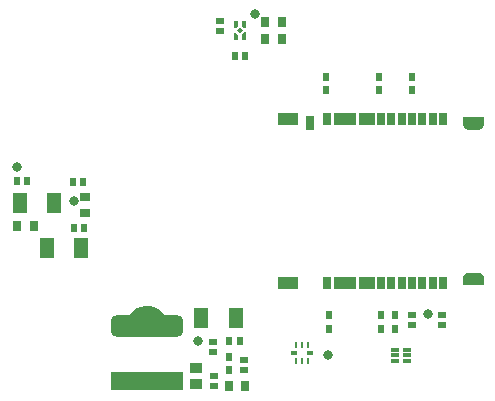
<source format=gbp>
G04*
G04 #@! TF.GenerationSoftware,Altium Limited,Altium Designer,18.0.7 (293)*
G04*
G04 Layer_Color=128*
%FSLAX25Y25*%
%MOIN*%
G70*
G01*
G75*
%ADD27C,0.03150*%
%ADD44R,0.03543X0.03150*%
%ADD45R,0.02362X0.02953*%
%ADD46R,0.03150X0.03543*%
%ADD54R,0.02520X0.02362*%
%ADD59R,0.05118X0.07087*%
%ADD60R,0.03937X0.03543*%
%ADD64R,0.02362X0.02520*%
%ADD149C,0.03720*%
%ADD150C,0.03720*%
%ADD151R,0.02677X0.03937*%
%ADD152R,0.05276X0.04134*%
%ADD153R,0.07638X0.04134*%
%ADD154R,0.07087X0.04134*%
%ADD155R,0.02756X0.04724*%
%ADD156R,0.24016X0.06299*%
G04:AMPARAMS|DCode=157|XSize=70.87mil|YSize=240.16mil|CornerRadius=17.72mil|HoleSize=0mil|Usage=FLASHONLY|Rotation=90.000|XOffset=0mil|YOffset=0mil|HoleType=Round|Shape=RoundedRectangle|*
%AMROUNDEDRECTD157*
21,1,0.07087,0.20473,0,0,90.0*
21,1,0.03543,0.24016,0,0,90.0*
1,1,0.03543,0.10236,0.01772*
1,1,0.03543,0.10236,-0.01772*
1,1,0.03543,-0.10236,-0.01772*
1,1,0.03543,-0.10236,0.01772*
%
%ADD157ROUNDEDRECTD157*%
%ADD158R,0.02953X0.01181*%
%ADD159R,0.00984X0.02165*%
%ADD160R,0.00787X0.02165*%
%ADD161R,0.02362X0.01181*%
%ADD162R,0.00100X0.00100*%
G36*
X110152Y223964D02*
X109652D01*
X108951Y224664D01*
Y226364D01*
X110152D01*
Y223964D01*
D02*
G37*
G36*
X107592Y224664D02*
X106892Y223964D01*
X106392D01*
Y226364D01*
X107592D01*
Y224664D01*
D02*
G37*
G36*
X109222Y223114D02*
X108272Y222164D01*
X107322Y223114D01*
X108272Y224064D01*
X109222Y223114D01*
D02*
G37*
G36*
X110152Y219864D02*
X108951D01*
Y221864D01*
X109652Y222564D01*
X110152D01*
Y219864D01*
D02*
G37*
G36*
X107592Y221564D02*
Y219864D01*
X106392D01*
Y222264D01*
X106892D01*
X107592Y221564D01*
D02*
G37*
G36*
X189418Y191814D02*
Y191462D01*
X189148Y190811D01*
X188649Y190312D01*
X187998Y190042D01*
X187646D01*
X184496Y190042D01*
Y190042D01*
X184144D01*
X183493Y190312D01*
X182994Y190811D01*
X182725Y191462D01*
Y191814D01*
Y194176D01*
X189418D01*
Y191814D01*
D02*
G37*
G36*
X187646Y142365D02*
X187998D01*
X188649Y142095D01*
X189148Y141597D01*
X189418Y140946D01*
Y140594D01*
Y138231D01*
X182725D01*
Y140594D01*
Y140946D01*
X182994Y141597D01*
X183493Y142095D01*
X184144Y142365D01*
X184496D01*
X187646Y142365D01*
Y142365D01*
D02*
G37*
G36*
X78102Y131233D02*
X79509Y130918D01*
X80827Y130333D01*
X82005Y129501D01*
X82996Y128453D01*
X83763Y127232D01*
X84275Y125884D01*
X84512Y124461D01*
X84489Y123741D01*
X84489Y123741D01*
X84485Y123672D01*
X84388Y123576D01*
X84251Y123570D01*
X84146Y123658D01*
X84136Y123726D01*
X70139Y123726D01*
X70139Y123937D01*
X70139D01*
X70105Y123926D01*
X70035Y123935D01*
X69976Y123975D01*
X69941Y124036D01*
X69939Y124072D01*
X69949Y124793D01*
X70251Y126203D01*
X70824Y127526D01*
X71645Y128712D01*
X72683Y129713D01*
X73897Y130491D01*
X75240Y131015D01*
X76660Y131266D01*
X78102Y131233D01*
D02*
G37*
D27*
X52900Y166300D02*
D03*
X33753Y177514D02*
D03*
X94189Y119395D02*
D03*
X137454Y115049D02*
D03*
X113260Y228600D02*
D03*
X171020Y128620D02*
D03*
D44*
X56520Y162144D02*
D03*
Y167656D02*
D03*
D45*
X104465Y109847D02*
D03*
Y114375D02*
D03*
X165674Y203061D02*
D03*
Y207589D02*
D03*
X154674Y203061D02*
D03*
Y207589D02*
D03*
X136934Y203061D02*
D03*
Y207589D02*
D03*
X160014Y123545D02*
D03*
Y128072D02*
D03*
X155334D02*
D03*
Y123545D02*
D03*
X137774Y128072D02*
D03*
Y123545D02*
D03*
D46*
X39470Y157913D02*
D03*
X33958D02*
D03*
X109937Y104513D02*
D03*
X104425D02*
D03*
X116660Y220144D02*
D03*
X122171D02*
D03*
X116660Y225784D02*
D03*
X122171D02*
D03*
D54*
X99386Y119237D02*
D03*
Y115773D02*
D03*
X99425Y104513D02*
D03*
Y107977D02*
D03*
X109701Y109906D02*
D03*
Y113371D02*
D03*
X101532Y226256D02*
D03*
Y222791D02*
D03*
X175714Y124864D02*
D03*
Y128328D02*
D03*
X165634Y128328D02*
D03*
Y124864D02*
D03*
D59*
X46379Y165433D02*
D03*
X34962D02*
D03*
X43899Y150393D02*
D03*
X55316D02*
D03*
X106788Y127308D02*
D03*
X95370D02*
D03*
D60*
X93520Y110477D02*
D03*
Y105162D02*
D03*
D64*
X37272Y172840D02*
D03*
X33808D02*
D03*
X52500Y172580D02*
D03*
X55965D02*
D03*
X52860Y157260D02*
D03*
X56325D02*
D03*
X104662Y119473D02*
D03*
X108126D02*
D03*
X110044Y214444D02*
D03*
X106579D02*
D03*
D149*
X187350Y140298D02*
D03*
D150*
X186071Y192109D02*
D03*
D151*
X175992Y193566D02*
D03*
X172528D02*
D03*
X169063D02*
D03*
X165599D02*
D03*
X162134D02*
D03*
X158669D02*
D03*
X155205D02*
D03*
X175992Y138842D02*
D03*
X172528D02*
D03*
X169063D02*
D03*
X165599D02*
D03*
X162134D02*
D03*
X158669D02*
D03*
X155205D02*
D03*
X137252Y193566D02*
D03*
Y138842D02*
D03*
D152*
X150441Y193468D02*
D03*
Y138940D02*
D03*
D153*
X143197Y193468D02*
D03*
Y138940D02*
D03*
D154*
X124260Y193468D02*
D03*
Y138940D02*
D03*
D155*
X131681Y192385D02*
D03*
D156*
X77181Y106351D02*
D03*
D157*
Y124552D02*
D03*
D158*
X159831Y116709D02*
D03*
Y114740D02*
D03*
Y112771D02*
D03*
X163769D02*
D03*
Y114740D02*
D03*
Y116709D02*
D03*
D159*
X126965Y118345D02*
D03*
X130903D02*
D03*
Y113031D02*
D03*
X126965D02*
D03*
D160*
X128934Y118345D02*
D03*
Y113031D02*
D03*
D161*
X131493Y115689D02*
D03*
X126375D02*
D03*
D162*
X108272Y223114D02*
D03*
X109552Y225164D02*
D03*
X106992D02*
D03*
Y221064D02*
D03*
X109552D02*
D03*
M02*

</source>
